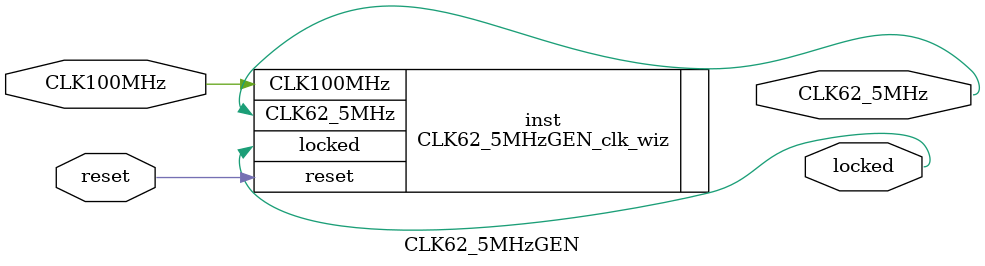
<source format=v>


`timescale 1ps/1ps

(* CORE_GENERATION_INFO = "CLK62_5MHzGEN,clk_wiz_v5_4_2_0,{component_name=CLK62_5MHzGEN,use_phase_alignment=true,use_min_o_jitter=true,use_max_i_jitter=false,use_dyn_phase_shift=false,use_inclk_switchover=false,use_dyn_reconfig=false,enable_axi=0,feedback_source=FDBK_AUTO,PRIMITIVE=PLL,num_out_clk=1,clkin1_period=10.000,clkin2_period=10.000,use_power_down=false,use_reset=true,use_locked=true,use_inclk_stopped=false,feedback_type=SINGLE,CLOCK_MGR_TYPE=NA,manual_override=false}" *)

module CLK62_5MHzGEN 
 (
  // Clock out ports
  output        CLK62_5MHz,
  // Status and control signals
  input         reset,
  output        locked,
 // Clock in ports
  input         CLK100MHz
 );

  CLK62_5MHzGEN_clk_wiz inst
  (
  // Clock out ports  
  .CLK62_5MHz(CLK62_5MHz),
  // Status and control signals               
  .reset(reset), 
  .locked(locked),
 // Clock in ports
  .CLK100MHz(CLK100MHz)
  );

endmodule

</source>
